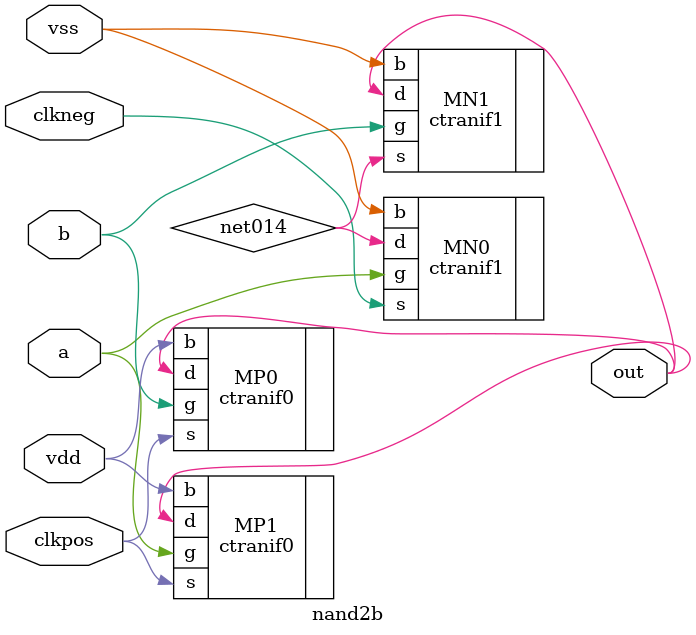
<source format=sv>

`timescale 1ns / 1ns 

module nand2b ( out, a, b, clkneg, clkpos, vdd, vss );

output  out;

input  a, b, clkneg, clkpos, vdd, vss;


specify 
    specparam CDS_LIBNAME  = "MIPS25";
    specparam CDS_CELLNAME = "nand2b";
    specparam CDS_VIEWNAME = "schematic";
endspecify

ctranif1  MN0 ( .b(vss), .d(net014), .g(a), .s(clkneg));
ctranif1  MN1 ( .b(vss), .d(out), .g(b), .s(net014));
ctranif0  MP0 ( .b(vdd), .s(clkpos), .g(b), .d(out));
ctranif0  MP1 ( .b(vdd), .s(clkpos), .g(a), .d(out));

endmodule

</source>
